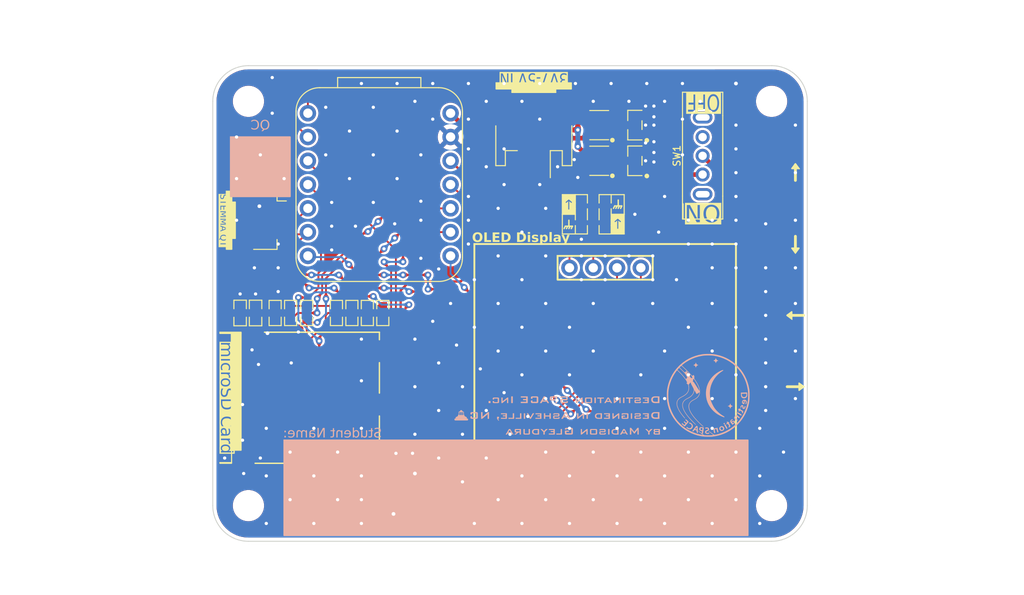
<source format=kicad_pcb>
(kicad_pcb (version 20241229) (generator "pcbnew") (generator_version "9.0")
  (title_block (title "Destination Weather Station v4.5.2") (date "2024-02-24") (rev "03") (comment 1 "Madison Gleydura") (comment 2 "FINAL VERSION") (comment 3 "2024"))
  (layers (0 "F.Cu" signal) (2 "B.Cu" power) (13 "F.Paste" user) (15 "B.Paste" user) (5 "F.SilkS" user "F.Silkscreen") (7 "B.SilkS" user "B.Silkscreen") (1 "F.Mask" user) (3 "B.Mask" user) (25 "Edge.Cuts" user))
  (net 0 "")
  (net 1 "+3V3")
  (net 2 "GND")
  (net 3 "VCC")
  (net 4 "/OLED1")
  (net 5 "/OLED2")
  (net 6 "/BME_CS")
  (net 7 "/DAT2")
  (net 8 "/DAT1")
  (net 10 "/SDA")
  (net 11 "/SCL")
  (net 12 "Net-(SW1-A)")
  (net 13 "/CD")
  (net 14 "/MISO")
  (net 15 "/SCK")
  (net 16 "/MOSI")
  (net 17 "/CS_SD")
  (net 18 "/SW2")
  (net 19 "/SW3")
  (net 20 "/SW4")
  (net 21 "/SW5")
  (net 22 "Net-(J1-Pin_2)")
  (net 23 "Net-(J1-Pin_1)")
  (footprint "lib_fp:SW_4.5x4.5" (layer "F.Cu") (at 172.085 105.41 -90)
    (property "Reference" "SW5" (hide yes))
    (property "Value" "PTS647SM38SMTR2LFS" (hide yes))
  )
  (footprint "lib_fp:SW_4.5x4.5" (layer "F.Cu") (at 172.085 90.17 -90)
    (property "Reference" "SW3" (hide yes))
    (property "Value" "PTS647SM38SMTR2LFS" (hide yes))
  )
  (footprint "lib_fp:SW_4.5x4.5" (layer "F.Cu") (at 172.085 82.55 -90)
    (property "Reference" "SW2" (hide yes))
    (property "Value" "PTS647SM38SMTR2LFS" (hide yes))
  )
  (footprint "lib_fp:IRLML6244TRPBF" (layer "F.Cu") (at 158.115 77.47 90)
    (property "Reference" "Q2" (hide yes))
    (property "Value" "IRLML6244TRPBF" (hide yes))
  )
  (footprint "lib_fp:M2.54_NPTH" (layer "F.Cu") (at 116.84 74.93)
    (property "Reference" "H1" (hide yes))
    (property "Value" "M2.5" (hide yes))
  )
  (footprint "lib_fp:ResistorJumper-3" (layer "F.Cu") (at 154.939 86.995 -90)
    (property "Reference" "R12" (hide yes))
    (property "Value" "0R" (hide yes))
  )
  (footprint "lib_fp:CAPC160X80X88L35N" (layer "F.Cu") (at 130.556 118.352 -90)
    (property "Reference" "C2" (hide yes))
    (property "Value" "100nF" (hide yes))
  )
  (footprint "lib_fp:JST-PH-S2B-SM4-TB" (layer "F.Cu") (at 147.32 77.536 180)
    (property "Reference" "J1" (hide yes))
    (property "Value" "S2B-PH-SM4" (hide yes))
  )
  (footprint "lib_fp:SOT23-6P95_280X100L40X37N" (layer "F.Cu") (at 154.305 77.47 90)
    (property "Reference" "Q4" (hide yes))
    (property "Value" "DMP2035UVTQ-7" (hide yes))
  )
  (footprint "lib_fp:MEM2061" (layer "F.Cu") (at 117.279 106.59 -90)
    (property "Reference" "J2" (hide yes))
    (property "Value" "MEM2061" (hide yes))
  )
  (footprint "lib_fp:SW_4.5x4.5" (layer "F.Cu") (at 172.085 97.79 -90)
    (property "Reference" "SW4" (hide yes))
    (property "Value" "PTS647SM38SMTR2LFS" (hide yes))
  )
  (footprint "lib_fp:RESC160X80X55L30N" (layer "F.Cu") (at 137.155 118.364 180)
    (property "Reference" "R10" (hide yes))
    (property "Value" "10K" (hide yes))
  )
  (footprint "lib_fp:RESC160X80X55L30N" (layer "F.Cu") (at 127.889 97.536 -90)
    (property "Reference" "R5" (hide yes))
    (property "Value" "10K" (hide yes))
  )
  (footprint "DS-Master-Logos-and-Graphics:arrow" (layer "F.Cu") (at 156.2862 88.011)
    (property "Reference" "G***" (hide yes))
    (property "Value" "LOGO" (hide yes))
  )
  (footprint "lib_fp:CAPC160X80X88L35N" (layer "F.Cu") (at 117.602 97.536 90)
    (property "Reference" "C4" (hide yes))
    (property "Value" "100nF" (hide yes))
  )
  (footprint "lib_fp:M2.54_NPTH" (layer "F.Cu") (at 172.72 118.11)
    (property "Reference" "H4" (hide yes))
    (property "Value" "M2.5" (hide yes))
  )
  (footprint "lib_fp:RESC160X80X55L30N" (layer "F.Cu") (at 121.343 97.536 -90)
    (property "Reference" "R3" (hide yes))
    (property "Value" "10K" (hide yes))
  )
  (footprint "lib_fp:QtPy" (layer "F.Cu") (at 130.81 83.82)
    (property "Reference" "U1" (hide yes))
    (property "Value" "XIAO RP2040" (hide yes))
  )
  (footprint "lib_fp:JST_SH_SM04B-SRSS-TB" (layer "F.Cu") (at 118.11 87.63 -90)
    (property "Reference" "J3" (hide yes))
    (property "Value" "STEMMA_QT" (hide yes))
  )
  (footprint "lib_fp:RESC160X80X55L30N" (layer "F.Cu") (at 131.191 97.536 -90)
    (property "Reference" "R1" (hide yes))
    (property "Value" "10K" (hide yes))
  )
  (footprint "lib_fp:BME280" (layer "F.Cu") (at 133.35 116.84)
    (property "Reference" "U2" (hide yes))
    (property "Value" "BME280" (hide yes))
  )
  (footprint "lib_fp:IRLML6244TRPBF" (layer "F.Cu") (at 158.115 81.28 90)
    (property "Reference" "Q1" (hide yes))
    (property "Value" "IRLML6244TRPBF" (hide yes))
  )
  (footprint "lib_fp:RESC160X80X55L30N" (layer "F.Cu") (at 119.692 97.536 -90)
    (property "Reference" "R2" (hide yes))
    (property "Value" "10K" (hide yes))
  )
  (footprint "lib_fp:HS96L03W2C03" (layer "F.Cu") (at 154.94 92.71)
    (property "Reference" "U3" (hide yes))
    (property "Value" "HS96L03W2C03" (hide yes))
  )
  (footprint "lib_fp:RESC160X80X55L30N" (layer "F.Cu") (at 137.165 116.84 180)
    (property "Reference" "R9" (hide yes))
    (property "Value" "10K" (hide yes))
  )
  (footprint "DS-Master-Logos-and-Graphics:arrow" (layer "F.Cu") (at 151.0538 85.9536)
    (property "Reference" "G***" (hide yes))
    (property "Value" "LOGO" (hide yes))
  )
  (footprint "lib_fp:RESC160X80X55L30N" (layer "F.Cu") (at 126.238 97.536 -90)
    (property "Reference" "R6" (hide yes))
    (property "Value" "10K" (hide yes))
  )
  (footprint "lib_fp:OS102011MS2QN1" (layer "F.Cu") (at 165.35 80.75 90)
    (property "Reference" "SW1")
    (property "Value" "OS102011MS2QN1" (hide yes))
  )
  (footprint "lib_fp:M2.54_NPTH" (layer "F.Cu") (at 116.84 118.11)
    (property "Reference" "H3" (hide yes))
    (property "Value" "M2.5" (hide yes))
  )
  (footprint "lib_fp:RESC160X80X55L30N" (layer "F.Cu") (at 129.54 97.536 -90)
    (property "Reference" "R7" (hide yes))
    (property "Value" "10K" (hide yes))
  )
  (footprint "lib_fp:ResistorJumper-3" (layer "F.Cu") (at 152.4 86.995 -90)
    (property "Reference" "R11" (hide yes))
    (property "Value" "0R" (hide yes))
  )
  (footprint "lib_fp:RESC160X80X55L30N" (layer "F.Cu") (at 137.165 115.316 180)
    (property "Reference" "R8" (hide yes))
    (property "Value" "10K" (hide yes))
  )
  (footprint "lib_fp:CAPC160X80X88L35N" (layer "F.Cu") (at 130.556 115.316 -90)
    (property "Reference" "C1" (hide yes))
    (property "Value" "10uF" (hide yes))
  )
  (footprint "lib_fp:RESC160X80X55L30N" (layer "F.Cu") (at 123.063 97.536 -90)
    (property "Reference" "R4" (hide yes))
    (property "Value" "10K" (hide yes))
  )
  (footprint "lib_fp:CAPC160X80X88L35N" (layer "F.Cu") (at 115.951 97.536 90)
    (property "Reference" "C3" (hide yes))
    (property "Value" "100nF" (hide yes))
  )
  (footprint "lib_fp:SOT23-6P95_280X100L40X37N" (layer "F.Cu") (at 154.305 81.28 90)
    (property "Reference" "Q3" (hide yes))
    (property "Value" "DMP2035UVTQ-7" (hide yes))
  )
  (footprint "lib_fp:M2.54_NPTH" (layer "F.Cu") (at 172.72 74.93)
    (property "Reference" "H2" (hide yes))
    (property "Value" "M2.5" (hide yes))
  )
  (footprint "lib_fp:ds-silkscreen-logo-10x10" (layer "B.Cu") (at 165.989 106.299 180)
    (property "Reference" "G***" (hide yes))
    (property "Value" "LOGO" (hide yes))
  )
  (footprint "DS-Master-Logos-and-Graphics:avlLogo_2" (layer "B.Cu") (at 139.573 108.458 180)
    (property "Reference" "G***" (hide yes))
    (property "Value" "LOGO" (hide yes))
  )
  (gr_line (start 156.21 86.106) (end 156.083 86.36) (stroke (width 0.15)) (layer "F.SilkS"))
  (gr_line (start 163.2 87.503) (end 163.2 85.03) (stroke (width 0.12)) (layer "F.SilkS"))
  (gr_line (start 156.718 86.106) (end 155.956 86.106) (stroke (width 0.15)) (layer "F.SilkS"))
  (gr_rect (start 143.291 72.9545) (end 151.33 73.6092) (stroke (width 0.12)) (fill yes) (layer "F.SilkS"))
  (gr_line (start 175.26 83.3755) (end 175.26 81.7245) (stroke (width 0.3)) (layer "F.SilkS"))
  (gr_line (start 150.367 89.095) (end 151.755 89.095) (stroke (width 0.12)) (layer "F.SilkS"))
  (gr_rect (start 113.792 113.5138) (end 115.0366 113.59) (stroke (width 0.12)) (fill yes) (layer "F.SilkS"))
  (gr_line (start 175.26 89.3445) (end 175.26 90.9955) (stroke (width 0.3)) (layer "F.SilkS"))
  (gr_rect (start 113.792 99.59) (end 116.0526 99.7204) (stroke (width 0.12)) (fill yes) (layer "F.SilkS"))
  (gr_line (start 155.585 86.995) (end 156.972 86.995) (stroke (width 0.12)) (layer "F.SilkS"))
  (gr_rect (start 144.98 73.5188) (end 149.66 73.976) (stroke (width 0.12)) (fill yes) (layer "F.SilkS"))
  (gr_rect (start 114.4778 84.5312) (end 115.062 90.7288) (stroke (width 0.12)) (fill yes) (layer "F.SilkS"))
  (gr_line (start 115.0366 113.5138) (end 115.0366 111.9886) (stroke (width 0.12)) (layer "F.SilkS"))
  (gr_line (start 174.3825 105.41) (end 176.0335 105.41) (stroke (width 0.3)) (layer "F.SilkS"))
  (gr_line (start 167.5 73.96) (end 167.5 76.45) (stroke (width 0.12)) (layer "F.SilkS"))
  (gr_line (start 150.367 86.995) (end 151.754 86.995) (stroke (width 0.12)) (layer "F.SilkS"))
  (gr_line (start 163.2 73.957) (end 167.5 73.957) (stroke (width 0.12)) (layer "F.SilkS"))
  (gr_line (start 155.584 87.585) (end 155.584 88.198) (stroke (width 0.12)) (layer "F.SilkS"))
  (gr_line (start 151.755 84.895) (end 150.367 84.895) (stroke (width 0.12)) (layer "F.SilkS"))
  (gr_poly (pts (xy 176.1605 105.41) (xy 175.6525 105.029) (xy 175.6525 105.791)) (stroke (width 0.15)) (fill yes) (layer "F.SilkS"))
  (gr_line (start 151.0665 87.63) (end 151.0665 88.265) (stroke (width 0.15)) (layer "F.SilkS"))
  (gr_line (start 151.755 85.792) (end 151.755 86.405) (stroke (width 0.12)) (layer "F.SilkS"))
  (gr_line (start 156.337 85.471) (end 156.337 86.106) (stroke (width 0.15)) (layer "F.SilkS"))
  (gr_line (start 156.718 86.106) (end 156.591 86.36) (stroke (width 0.15)) (layer "F.SilkS"))
  (gr_line (start 150.6855 88.265) (end 150.5585 88.519) (stroke (width 0.15)) (layer "F.SilkS"))
  (gr_line (start 151.4475 88.265) (end 151.3205 88.519) (stroke (width 0.15)) (layer "F.SilkS"))
  (gr_line (start 155.584 84.895) (end 156.972 84.895) (stroke (width 0.12)) (layer "F.SilkS"))
  (gr_line (start 150.367 84.895) (end 150.367 86.995) (stroke (width 0.12)) (layer "F.SilkS"))
  (gr_poly (pts (xy 174.3595 97.79) (xy 174.8675 98.171) (xy 174.8675 97.409)) (stroke (width 0.15)) (fill yes) (layer "F.SilkS"))
  (gr_poly (pts (xy 175.26 81.5975) (xy 174.879 82.1055) (xy 175.641 82.1055)) (stroke (width 0.15)) (fill yes) (layer "F.SilkS"))
  (gr_rect (start 115.0112 99.7204) (end 116.0526 112.1918) (stroke (width 0.12)) (fill yes) (layer "F.SilkS"))
  (gr_line (start 156.972 84.895) (end 156.972 86.995) (stroke (width 0.12)) (layer "F.SilkS"))
  (gr_line (start 150.9395 88.265) (end 150.8125 88.519) (stroke (width 0.15)) (layer "F.SilkS"))
  (gr_rect (start 114.8662 85.69) (end 115.425 89.57) (stroke (width 0.12)) (fill yes) (layer "F.SilkS"))
  (gr_line (start 163.2 76.45) (end 163.2 73.957) (stroke (width 0.12)) (layer "F.SilkS"))
  (gr_line (start 156.464 86.106) (end 156.337 86.36) (stroke (width 0.15)) (layer "F.SilkS"))
  (gr_line (start 156.972 86.995) (end 156.972 89.095) (stroke (width 0.12)) (layer "F.SilkS"))
  (gr_line (start 176.1375 97.79) (end 174.4865 97.79) (stroke (width 0.3)) (layer "F.SilkS"))
  (gr_line (start 150.367 86.995) (end 150.367 89.095) (stroke (width 0.12)) (layer "F.SilkS"))
  (gr_line (start 163.27 87.5) (end 163.27 85.87) (stroke (width 0.12)) (layer "F.SilkS"))
  (gr_line (start 155.956 86.106) (end 155.829 86.36) (stroke (width 0.15)) (layer "F.SilkS"))
  (gr_line (start 167.5 87.503) (end 163.204 87.503) (stroke (width 0.12)) (layer "F.SilkS"))
  (gr_line (start 156.972 89.095) (end 155.584 89.095) (stroke (width 0.12)) (layer "F.SilkS"))
  (gr_line (start 151.4475 88.265) (end 150.6855 88.265) (stroke (width 0.15)) (layer "F.SilkS"))
  (gr_poly (pts (xy 175.26 91.1225) (xy 175.641 90.6145) (xy 174.879 90.6145)) (stroke (width 0.15)) (fill yes) (layer "F.SilkS"))
  (gr_line (start 151.1935 88.265) (end 151.0665 88.519) (stroke (width 0.15)) (layer "F.SilkS"))
  (gr_line (start 167.5 85.05) (end 167.5 87.503) (stroke (width 0.12)) (layer "F.SilkS"))
  (gr_rect (start 120.65 111.125) (end 170.18 121.285) (stroke (width 0.15)) (fill yes) (layer "B.SilkS"))
  (gr_rect (start 114.935 78.74) (end 121.285 85.09) (stroke (width 0.15)) (fill yes) (layer "B.SilkS"))
  (gr_line (start 172.72 71.12) (end 116.84 71.12) (stroke (width 0.1)) (layer "Edge.Cuts"))
  (gr_arc (start 113.03 74.93) (mid 114.145923 72.235923) (end 116.84 71.12) (stroke (width 0.1)) (layer "Edge.Cuts"))
  (gr_line (start 113.03 118.11) (end 113.03 74.93) (stroke (width 0.1)) (layer "Edge.Cuts"))
  (gr_arc (start 116.84 121.92) (mid 114.145923 120.804077) (end 113.03 118.11) (stroke (width 0.1)) (layer "Edge.Cuts"))
  (gr_line (start 172.72 121.92) (end 116.84 121.92) (stroke (width 0.1)) (layer "Edge.Cuts"))
  (gr_line (start 176.53 118.11) (end 176.53 74.93) (stroke (width 0.1)) (layer "Edge.Cuts"))
  (gr_arc (start 172.72 71.12) (mid 175.414077 72.235923) (end 176.53 74.93) (stroke (width 0.1)) (layer "Edge.Cuts"))
  (gr_arc (start 176.53 118.11) (mid 175.414077 120.804077) (end 172.72 121.92) (stroke (width 0.1)) (layer "Edge.Cuts"))
  (gr_text "microSD Card" (at 114.427 106.59 270) (layer "F.SilkS" knockout) (effects (font (size 1.25 1.25))))
  (gr_text "Destination Weather Station \nv4.5.2 2024-02-24" (at 140.716 119.888 0) (layer "F.SilkS") (effects (font (size 1 1)) (justify left)))
  (gr_text "OLED Display" (at 140.716 89.535 0) (layer "F.SilkS") (effects (font (size 1 1) (thickness 0.25) (bold yes)) (justify left)))
  (gr_text "ON" (at 165.35 85.7 180) (layer "F.SilkS" knockout) (effects (font (size 1.8 1.8)) (justify bottom)))
  (gr_text "BME280" (at 133.35 120.65 0) (layer "F.SilkS") (effects (font (size 1 1))))
  (gr_text "3V7-5V IN" (at 147.2946 72.4662 180) (layer "F.SilkS" knockout) (effects (font (size 1.25 1.04))))
  (gr_text "OFF" (at 165.45 73.89 180) (layer "F.SilkS" knockout) (effects (font (size 1.8 1.3)) (justify bottom)))
  (gr_text "STEMMA QT" (at 114.1222 87.63 270) (layer "F.SilkS" knockout) (effects (font (size 0.66675 0.66675))))
  (gr_text "Student Name:" (at 120.523 110.998 0) (layer "B.SilkS") (effects (font (size 1 1)) (justify right bottom mirror)))
  (gr_text "QC" (at 118.11 78.105 0) (layer "B.SilkS") (effects (font (size 1 1)) (justify bottom mirror)))
  (gr_text_box "Destination SPACE Inc.\nDesigned in Asheville, NC\nby Madison Gleydura" (start 139.446 105.41) (end 161.671 111.125) (margins 0.749999 0.749999 0.749999 0.749999) (layer "B.SilkS") (effects (font (size 1 1)) (justify left top mirror)) (border no) (stroke (width -0.000001)))
  (segment (start 132.594 112.528) (end 133.096 112.026) (width 0.25) (layer "F.Cu") (net 1))
  (segment (start 117.856 105.2068) (end 117.856 110.3376) (width 0.25) (layer "F.Cu") (net 1))
  (segment (start 115.951 98.286) (end 117.602 98.286) (width 0.2) (layer "F.Cu") (net 1))
  (segment (start 130.556 114.566) (end 131.855 115.865) (width 0.25) (layer "F.Cu") (net 1))
  (segment (start 173.685 87.545) (end 173.685 92.795) (width 0.25) (layer "F.Cu") (net 1))
  (segment (start 119.610736 87.13) (end 118.491 88.249736) (width 0.2) (layer "F.Cu") (net 1))
  (segment (start 130.556 114.566) (end 132.594 112.528) (width 0.25) (layer "F.Cu") (net 1))
  (segment (start 115.951 103.3018) (end 117.856 105.2068) (width 0.25) (layer "F.Cu") (net 1))
  (segment (start 126.238 96.781) (end 129.54 96.781) (width 0.2) (layer "F.Cu") (net 1))
  (segment (start 159.0167 88.5317) (end 159.004 88.5444) (width 0.25) (layer "F.Cu") (net 1))
  (segment (start 129.54 96.781) (end 131.191 96.781) (width 0.2) (layer "F.Cu") (net 1))
  (segment (start 130.993 117.165) (end 132.325 117.165) (width 0.25) (layer "F.Cu") (net 1))
  (segment (start 115.951 103.251) (end 115.951 103.3018) (width 0.2) (layer "F.Cu") (net 1))
  (segment (start 151.271 85.485) (end 150.486 84.7) (width 0.25) (layer "F.Cu") (net 1))
  (segment (start 132.969 116.8146) (end 132.6186 117.165) (width 0.25) (layer "F.Cu") (net 1))
  (segment (start 152.4 85.485) (end 152.4114 85.485) (width 0.2) (layer "F.Cu") (net 1))
  (segment (start 152.4 85.485) (end 151.271 85.485) (width 0.25) (layer "F.Cu") (net 1))
  (segment (start 118.352 97.536) (end 117.602 98.286) (width 0.25) (layer "F.Cu") (net 1))
  (segment (start 119.6772 105.2068) (end 119.679 105.205) (width 0.2) (layer "F.Cu") (net 1))
  (segment (start 119.692 96.781) (end 118.937 97.536) (width 0.25) (layer "F.Cu") (net 1))
  (segment (start 164.465 93.98) (end 173.685 93.98) (width 0.25) (layer "F.Cu") (net 1))
  (segment (start 154.9794 88.5444) (end 154.94 88.505) (width 0.25) (layer "F.Cu") (net 1))
  (segment (start 173.685 100.415) (end 173.685 102.785) (width 0.25) (layer "F.Cu") (net 1))
  (segment (start 173.685 95.165) (end 173.685 100.415) (width 0.25) (layer "F.Cu") (net 1))
  (segment (start 173.685 79.925) (end 173.685 85.175) (width 0.25) (layer "F.Cu") (net 1))
  (segment (start 159.004 88.5444) (end 154.9794 88.5444) (width 0.25) (layer "F.Cu") (net 1))
  (segment (start 115.951 98.286) (end 115.951 103.251) (width 0.25) (layer "F.Cu") (net 1))
  (segment (start 137.91 118.364) (end 137.91 117.602) (width 0.25) (layer "F.Cu") (net 1))
  (segment (start 132.6186 117.165) (end 132.325 117.165) (width 0.25) (layer "F.Cu") (net 1))
  (segment (start 119.692 96.781) (end 126.238 96.781) (width 0.2) (layer "F.Cu") (net 1))
  (segment (start 157.099 84.709) (end 159.0167 86.6267) (width 0.2) (layer "F.Cu") (net 1))
  (segment (start 118.2624 110.744) (end 133.096 110.744) (width 0.25) (layer "F.Cu") (net 1))
  (segment (start 117.856 105.2068) (end 119.6772 105.2068) (width 0.25) (layer "F.Cu") (net 1))
  (segment (start 131.855 115.865) (end 132.325 115.865) (width 0.25) (layer "F.Cu") (net 1))
  (segment (start 133.096 112.026) (end 133.096 110.744) (width 0.25) (layer "F.Cu") (net 1))
  (segment (start 132.325 115.865) (end 132.629 115.865) (width 0.25) (layer "F.Cu") (net 1))
  (segment (start 118.491 88.249736) (end 118.491 95.58) (width 0.2) (layer "F.Cu") (net 1))
  (segment (start 118.937 97.536) (end 118.352 97.536) (width 0.25) (layer "F.Cu") (net 1))
  (segment (start 134.366 112.522) (end 135.126 112.522) (width 0.25) (layer "F.Cu") (net 1))
  (segment (start 173.685 85.175) (end 173.685 87.545) (width 0.25) (layer "F.Cu") (net 1))
  (segment (start 132.969 116.205) (end 132.969 116.8146) (width 0.25) (layer "F.Cu") (net 1))
  (segment (start 137.91 115.326) (end 137.92 115.316) (width 0.2) (layer "F.Cu") (net 1))
  (segment (start 133.096 95.123) (end 134.047 94.172) (width 0.25) (layer "F.Cu") (net 1))
  (segment (start 134.047 94.172) (end 139.508 94.172) (width 0.25) (layer "F.Cu") (net 1))
  (segment (start 141.85 84.7) (end 138.43 81.28) (width 0.25) (layer "F.Cu") (net 1))
  (segment (start 137.91 117.602) (end 137.91 115.326) (width 0.25) (layer "F.Cu") (net 1))
  (segment (start 118.491 95.58) (end 119.692 96.781) (width 0.2) (layer "F.Cu") (net 1))
  (segment (start 132.629 115.865) (end 132.969 116.205) (width 0.25) (layer "F.Cu") (net 1))
  (segment (start 135.126 112.522) (end 137.92 115.316) (width 0.25) (layer "F.Cu") (net 1))
  (segment (start 150.486 84.7) (end 141.85 84.7) (width 0.25) (layer "F.Cu") (net 1))
  (segment (start 120.11 87.13) (end 119.610736 87.13) (width 0.2) (layer "F.Cu") (net 1))
  (segment (start 152.4114 85.485) (end 153.1874 84.709) (width 0.2) (layer "F.Cu") (net 1))
  (segment (start 133.096 110.744) (end 133.096 95.123) (width 0.25) (layer "F.Cu") (net 1))
  (segment (start 153.1874 84.709) (end 157.099 84.709) (width 0.2) (layer "F.Cu") (net 1))
  (segment (start 173.685 93.98) (end 173.685 95.165) (width 0.25) (layer "F.Cu") (net 1))
  (segment (start 173.685 92.795) (end 173.685 93.98) (width 0.25) (layer "F.Cu") (net 1))
  (segment (start 141.85 91.83) (end 141.85 84.7) (width 0.25) (layer "F.Cu") (net 1))
  (segment (start 117.856 110.3376) (end 118.2624 110.744) (width 0.25) (layer "F.Cu") (net 1))
  (segment (start 159.0167 88.5317) (end 164.465 93.98) (width 0.25) (layer "F.Cu") (net 1))
  (segment (start 139.508 94.172) (end 141.85 91.83) (width 0.25) (layer "F.Cu") (net 1))
  (segment (start 159.0167 86.6267) (end 159.0167 88.5317) (width 0.2) (layer "F.Cu") (net 1))
  (segment (start 130.556 117.602) (end 130.993 117.165) (width 0.25) (layer "F.Cu") (net 1))
  (segment (start 173.685 102.785) (end 173.685 108.035) (width 0.25) (layer "F.Cu") (net 1))
  (segment (start 120.11 87.13) (end 120.62 87.13) (width 0.2) (layer "F.Cu") (net 1))
  (via (at 132.594 112.528) (size 0.7) (drill 0.35) (layers "F.Cu" "B.Cu") (net 1))
  (via (at 134.366 112.522) (size 0.7) (drill 0.35) (layers "F.Cu" "B.Cu") (net 1))
  (segment (start 134.36 112.528) (end 134.366 112.522) (width 0.25) (layer "B.Cu") (net 1))
  (segment (start 132.594 112.528) (end 134.36 112.528) (width 0.25) (layer "B.Cu") (net 1))
  (segment (start 131.005 116.515) (end 132.325 116.515) (width 0.2) (layer "F.Cu") (net 2))
  (segment (start 134.4 115.84) (end 134.375 115.865) (width 0.2) (layer "F.Cu") (net 2))
  (segment (start 115.951 96.786) (end 115.951 95.504) (width 0.2) (layer "F.Cu") (net 2))
  (segment (start 132.334 118.999) (end 132.231 119.102) (width 0.2) (layer "F.Cu") (net 2))
  (segment (start 120.11 86.13) (end 118.0098 86.13) (width 0.2) (layer "F.Cu") (net 2))
  (segment (start 154.9794 85.485) (end 154.94 85.485) (width 0.2) (layer "F.Cu") (net 2))
  (segment (start 132.325 118.99) (end 132.325 117.815) (width 0.2) (layer "F.Cu") (net 2))
  (segment (start 116.279 114.628) (end 116.332 114.681) (width 0.2) (layer "F.Cu") (net 2))
  (segment (start 130.556 116.078) (end 130.556 116.066) (width 0.2) (layer "F.Cu") (net 2))
  (segment (start 152.4 88.505) (end 152.4 89.662) (width 0.2) (layer "F.Cu") (net 2))
  (segment (start 116.279 113.165) (end 116.279 114.628) (width 0.2) (layer "F.Cu") (net 2))
  (segment (start 132.231 119.102) (end 130.556 119.102) (width 0.2) (layer "F.Cu") (net 2))
  (segment (start 117.599 99.695) (end 117.279 100.015) (width 0.25) (layer "F.Cu") (net 2))
  (segment (start 134.62 114.681) (end 134.62 115.62) (width 0.25) (layer "F.Cu") (net 2))
  (segment (start 118.872 99.695) (end 117.599 99.695) (width 0.25) (layer "F.Cu") (net 2))
  (segment (start 130.556 116.066) (end 131.005 116.515) (width 0.2) (layer "F.Cu") (net 2))
  (segment (start 132.334 118.999) (end 132.325 118.99) (width 0.2) (layer "F.Cu") (net 2))
  (segment (start 118.0098 86.13) (end 118.0084 86.1314) (width 0.2) (layer "F.Cu") (net 2))
  (segment (start 117.602 96.786) (end 117.602 95.504) (width 0.2) (layer "F.Cu") (net 2))
  (segment (start 117.279 101.415) (end 117.221 101.473) (width 0.2) (layer "F.Cu") (net 2))
  (segment (start 117.943 103.005) (end 117.914 103.034) (width 0.2) (layer "F.Cu") (net 2))
  (segment (start 134.62 115.62) (end 134.375 115.865) (width 0.25) (layer "F.Cu") (net 2))
  (via (at 140.335 90.17) (size 0.7) (drill 0.35) (layers "F.Cu" "B.Cu") (net 2))
  (via (at 117.475 92.71) (size 0.7) (drill 0.35) (layers "F.Cu" "B.Cu") (net 2))
  (via (at 165.1 74.93) (size 0.7) (drill 0.35) (layers "F.Cu" "B.Cu") (net 2))
  (via (at 132.715 78.105) (size 0.7) (drill 0.35) (layers "F.Cu" "B.Cu") (net 2))
  (via (at 168.91 92.71) (size 0.7) (drill 0.35) (layers "F.Cu" "B.Cu") (net 2))
  (via (at 172.085 92.71) (size 0.7) (drill 0.35) (layers "F.Cu" "B.Cu") (net 2))
  (via (at 166.37 101.6) (size 0.7) (drill 0.35) (layers "F.Cu" "B.Cu") (net 2))
  (via (at 146.05 99.06) (size 0.7) (drill 0.35) (layers "F.Cu" "B.Cu") (net 2))
  (via (at 152.4 91.44) (size 0.7) (drill 0.35) (layers "F.Cu" "B.Cu") (net 2))
  (via (at 117.602 95.504) (size 0.7) (drill 0.35) (layers "F.Cu" "B.Cu") (net 2))
  (via (at 172.085 102.87) (size 0.7) (drill 0.35) (layers "F.Cu" "B.Cu") (net 2))
  (via (at 140.97 93.98) (size 0.7) (drill 0.35) (layers "F.Cu" "B.Cu") (net 2))
  (via (at 137.16 107.95) (size 0.7) (drill 0.35) (layers "F.Cu" "B.Cu") (net 2))
  (via (at 125.73 88.265) (size 0.7) (drill 0.35) (layers "F.Cu" "B.Cu") (net 2))
  (via (at 147.955 76.835) (size 0.7) (drill 0.35) (layers "F.Cu" "B.Cu") (net 2))
  (via (at 160.655 88.9) (size 0.7) (drill 0.35) (layers "F.Cu" "B.Cu") (net 2))
  (via (at 127.635 78.105) (size 0.7) (drill 0.35) (layers "F.Cu" "B.Cu") (net 2))
  (via (at 130.175 80.645) (size 0.7) (drill 0.35) (layers "F.Cu" "B.Cu") (net 2))
  (via (at 158.75 104.14) (size 0.7) (drill 0.35) (layers "F.Cu" "B.Cu") (net 2))
  (via (at 128.905 100.33) (size 0.7) (drill 0.35) (layers "F.Cu" "B.Cu") (net 2))
  (via (at 146.05 104.14) (size 0.7) (drill 0.35) (layers "F.Cu" "B.Cu") (net 2))
  (via (at 160.147 76.581) (size 0.7) (drill 0.35) (layers "F.Cu" "B.Cu") (net 2))
  (via (at 168.91 77.47) (size 0.7) (drill 0.35) (layers "F.Cu" "B.Cu") (net 2))
  (via (at 134.62 105.41) (size 0.7) (drill 0.35) (layers "F.Cu" "B.Cu") (net 2))
  (via (at 166.37 96.52) (size 0.7) (drill 0.35) (layers "F.Cu" "B.Cu") (net 2))
  (via (at 140.335 73.025) (size 0.7) (drill 0.35) (layers "F.Cu" "B.Cu") (net 2))
  (via (at 128.905 109.855) (size 0.7) (drill 0.35) (layers "F.Cu" "B.Cu") (net 2))
  (via (at 168.91 112.395) (size 0.7) (drill 0.35) (layers "F.Cu" "B.Cu") (net 2))
  (via (at 135.255 80.645) (size 0.7) (drill 0.35) (layers "F.Cu" "B.Cu") (net 2))
  (via (at 157.48 74.93) (size 0.7) (drill 0.35) (layers "F.Cu" "B.Cu") (net 2))
  (via (at 168.91 82.55) (size 0.7) (drill 0.35) (layers "F.Cu" "B.Cu") (net 2))
  (via (at 137.16 92.837) (size 0.7) (drill 0.35) (layers "F.Cu" "B.Cu") (net 2))
  (via (at 139.065 100.965) (size 0.7) (drill 0.35) (layers "F.Cu" "B.Cu") (net 2))
  (via (at 151.13 109.855) (size 0.7) (drill 0.35) (layers "F.Cu" "B.Cu") (net 2))
  (via (at 117.914 103.034) (size 0.7) (drill 0.35) (layers "F.Cu" "B.Cu") (net 2))
  (via (at 116.332 114.681) (size 0.7) (drill 0.35) (layers "F.Cu" "B.Cu") (net 2))
  (via (at 159.258 79.375) (size 0.7) (drill 0.35) (layers "F.Cu" "B.Cu") (net 2))
  (via (at 134.62 100.33) (size 0.7) (drill 0.35) (layers "F.Cu" "B.Cu") (net 2))
  (via (at 153.67 101.6) (size 0.7) (drill 0.35) (layers "F.Cu" "B.Cu") (net 2))
  (via (at 166.37 120.015) (size 0.7) (drill 0.35) (layers "F.Cu" "B.Cu") (net 2))
  (via (at 115.951 95.504) (size 0.7) (drill 0.35) (layers "F.Cu" "B.Cu") (net 2))
  (via (at 172.085 100.33) (size 0.7) (drill 0.35) (layers "F.Cu" "B.Cu") (net 2))
  (via (at 148.59 112.395) (size 0.7) (drill 0.35) (layers "F.Cu" "B.Cu") (net 2))
  (via (at 172.085 107.95) (size 0.7) (drill 0.35) (layers "F.Cu" "B.Cu") (net 2))
  (via (at 166.37 92.71) (size 0.7) (drill 0.35) (layers "F.Cu" "B.Cu") (net 2))
  (via (at 161.29 120.015) (size 0.7) (drill 0.35) (layers "F.Cu" "B.Cu") (net 2))
  (via (at 123.825 109.855) (size 0.7) (drill 0.35) (layers "F.Cu" "B.Cu") (net 2))
  (via (at 136.525 76.835) (size 0.7) (drill 0.35) (layers "F.Cu" "B.Cu") (net 2))
  (via (at 140.335 80.01) (size 0.7) (drill 0.35) (layers "F.Cu" "B.Cu") (net 2))
  (via (at 168.91 104.14) (size 0.7) (drill 0.35) (layers "F.Cu" "B.Cu") (net 2))
  (via (at 115.57 83.185) (size 0.7) (drill 0.35) (layers "F.Cu" "B.Cu") (net 2))
  (via (at 148.59 117.475) (size 0.7) (drill 0.35) (layers "F.Cu" "B.Cu") (net 2))
  (via (at 175.26 96.52) (size 0.7) (drill 0.35) (layers "F.Cu" "B.Cu") (net 2))
  (via (at 153.67 96.52) (size 0.7) (drill 0.35) (layers "F.Cu" "B.Cu") (net 2))
  (via (at 171.45 109.855) (size 0.7) (drill 0.35) (layers "F.Cu" "B.Cu") (net 2))
  (via (at 168.91 80.01) (size 0.7) (drill 0.35) (layers "F.Cu" "B.Cu") (net 2))
  (via (at 172.085 88.011) (size 0.7) (drill 0.35) (layers "F.Cu" "B.Cu") (net 2))
  (via (at 114.3 113.03) (size 0.7) (drill 0.35) (layers "F.Cu" "B.Cu") (net 2))
  (via (at 119.38 76.2) (size 0.7) (drill 0.35) (layers "F.Cu" "B.Cu") (net 2))
  (via (at 134.62 74.93) (size 0.7) (drill 0.35) (layers "F.Cu" "B.Cu") (net 2))
  (via (at 161.29 109.855) (size 0.7) (drill 0.35) (layers "F.Cu" "B.Cu") (net 2))
  (via (at 173.99 112.395) (size 0.7) (drill 0.35) (layers "F.Cu" "B.Cu") (net 2))
  (via (at 132.334 118.999) (size 1) (drill 0.4) (layers "F.Cu" "B.Cu") (net 2))
  (via (at 118.11 80.645) (size 0.7) (drill 0.35) (layers "F.Cu" "B.Cu") (net 2))
  (via (at 168.91 85.09) (size 0.7) (drill 0.35) (layers "F.Cu" "B.Cu") (net 2))
  (via (at 146.05 93.98) (size 0.7) (drill 0.35) (layers "F.Cu" "B.Cu") (net 2))
  (via (at 142.24 81.915) (size 0.7) (drill 0.35) (layers "F.Cu" "B.Cu") (net 2))
  (via (at 118.11 113.03) (size 0.7) (drill 0.35) (layers "F.Cu" "B.Cu") (net 2))
  (via (at 160.147 81.407) (size 0.7) (drill 0.35) (layers "F.Cu" "B.Cu") (net 2))
  (via (at 135.255 85.598) (size 0.7) (drill 0.35) (layers "F.Cu" "B.Cu") (net 2))
  (via (at 142.24 107.95) (size 0.7) (drill 0.35) (layers "F.Cu" "B.Cu") (net 2))
  (via (at 160.147 79.248) (size 0.7) (drill 0.35) (layers "F.Cu" "B.Cu") (net 2))
  (via (at 137.16 102.87) (size 0.7) (drill 0.35) (layers "F.Cu" "B.Cu") (net 2))
  (via (at 168.91 87.63) (size 0.7) (drill 0.35) (layers "F.Cu" "B.Cu") (net 2))
  (via (at 118.745 109.855) (size 0.7) (drill 0.35) (layers "F.Cu" "B.Cu") (net 2))
  (via (at 115.57 87.63) (size 0.7) (drill 0.35) (layers "F.Cu" "B.Cu") (net 2))
  (via (at 158.115 86.995) (size 0.7) (drill 0.35) (layers "F.Cu" "B.Cu") (net 2))
  (via (at 147.955 73.025) (size 0.7) (drill 0.35) (layers "F.Cu" "B.Cu") (net 2))
  (via (at 161.29 74.93) (size 0.7) (drill 0.35) (layers "F.Cu" "B.Cu") (net 2))
  (via (at 160.02 91.44) (size 0.7) (drill 0.35) (layers "F.Cu" "B.Cu") (net 2))
  (via (at 172.085 97.79) (size 0.7) (drill 0.35) (layers "F.Cu" "B.Cu") (net 2))
  (via (at 126.365 117.475) (size 0.7) (drill 0.35) (layers "F.Cu" "B.Cu") (net 2))
  (via (at 118.745 114.935) (size 0.7) (drill 0.35) (layers "F.Cu" "B.Cu") (net 2))
  (via (at 152.019 83.058) (size 0.7) (drill 0.35) (layers "F.Cu" "B.Cu") (net 2))
  (via (at 127.635 83.185) (size 0.7) (drill 0.35) (layers "F.Cu" "B.Cu") (net 2))
  (via (at 162.56 93.98) (size 0.7) (drill 0.35) (layers "F.Cu" "B.Cu") (net 2))
  (via (at 142.24 113.03) (size 0.7) (drill 0.35) (layers "F.Cu" "B.Cu") (net 2))
  (via (at 166.37 87.63) (size 0.7) (drill 0.35) (layers "F.Cu" "B.Cu") (net 2))
  (via (at 128.905 104.775) (size 0.7) (drill 0.35) (layers "F.Cu" "B.Cu") (net 2))
  (via (at 175.26 82.55) (size 0.7) (drill 0.35) (layers "F.Cu" "B.Cu") (net 2))
  (via (at 160.147 75.438) (size 0.7) (drill 0.35) (layers "F.Cu" "B.Cu") (net 2))
  (via (at 151.13 120.015) (size 0.7) (drill 0.35) (layers "F.Cu" "B.Cu") (net 2))
  (via (at 172.085 105.41) (size 0.7) (drill 0.35) (layers "F.Cu" "B.Cu") (net 2))
  (via (at 146.05 74.93) (size 0.7) (drill 0.35) (layers "F.Cu" "B.Cu") (net 2))
  (via (at 168.91 73.025) (size 0.8) (drill 0.4) (layers "F.Cu" "B.Cu") (net 2))
  (via (at 175.26 92.71) (size 0.7) (drill 0.35) (layers "F.Cu" "B.Cu") (net 2))
  (via (at 153.67 112.395) (size 0.7) (drill 0.35) (layers "F.Cu" "B.Cu") (net 2))
  (via (at 163.83 112.395) (size 0.7) (drill 0.35) (layers "F.Cu" "B.Cu") (net 2))
  (via (at 175.26 77.47) (size 0.7) (drill 0.35) (layers "F.Cu" "B.Cu") (net 2))
  (via (at 130.175 85.725) (size 0.7) (drill 0.35) (layers "F.Cu" "B.Cu") (net 2))
  (via (at 160.147 77.47) (size 0.7) (drill 0.35) (layers "F.Cu" "B.Cu") (net 2))
  (via (at 143.51 101.6) (size 0.7) (drill 0.35) (layers "F.Cu" "B.Cu") (net 2))
  (via (at 172.085 95.25) (size 0.7) (drill 0.35) (layers "F.Cu" "B.Cu") (net 2))
  (via (at 159.385 73.025) (size 0.7) (drill 0.35) (layers "F.Cu" "B.Cu") (net 2))
  (via (at 120.015 95.25) (size 0.7) (drill 0.35) (layers "F.Cu" "B.Cu") (net 2))
  (via (at 152.4 93.98) (size 0.7) (drill 0.35) (layers "F.Cu" "B.Cu") (net 2))
  (via (at 163.195 76.835) (size 0.7) (drill 0.35) (layers "F.Cu" "B.Cu") (net 2))
  (via (at 163.195 80.645) (size 0.7) (drill 0.35) (layers "F.Cu" "B.Cu") (net 2))
  (via (at 125.095 80.645) (size 0.7) (drill 0.35) (layers "F.Cu" "B.Cu") (net 2))
  (via (at 148.59 96.52) (size 0.7) (drill 0.35) (layers "F.Cu" "B.Cu") (net 2))
  (via (at 168.91 99.06) (size 0.7) (drill 0.35) (layers "F.Cu" "B.Cu") (net 2))
  (via (at 151.765 73.025) (size 0.7) (drill 0.35) (layers "F.Cu" "B.Cu") (net 2))
  (via (at 171.45 120.015) (size 0.7) (drill 0.35) (layers "F.Cu" "B.Cu") (net 2))
  (via (at 142.24 74.93) (size 0.7) (drill 0.35) (layers "F.Cu" "B.Cu") (net 2))
  (via (at 175.26 87.63) (size 0.7) (drill 0.35) (layers "F.Cu" "B.Cu") (net 2))
  (via (at 135.255 87.63) (size 0.7) (drill 0.35) (layers "F.Cu" "B.Cu") (net 2))
  (via (at 144.145 80.01) (size 0.7) (drill 0.35) (layers "F.Cu" "B.Cu") (net 2))
  (via (at 151.638 81.153) (size 0.7) (drill 0.35) (layers "F.Cu" "B.Cu") (net 2))
  (via (at 144.145 83.82) (size 0.7) (drill 0.35) (layers "F.Cu" "B.Cu") (net 2))
  (via (at 148.59 91.44) (size 0.7) (drill 0.35) (layers "F.Cu" "B.Cu") (net 2))
  (via (at 151.13 99.06) (size 0.7) (drill 0.35) (layers "F.Cu" "B.Cu") (net 2))
  (via (at 163.83 104.14) (size 0.7) (drill 0.35) (layers "F.Cu" "B.Cu") (net 2))
  (via (at 138.43 96.52) (size 0.7) (drill 0.35) (layers "F.Cu" "B.Cu") (net 2))
  (via (at 132.715 83.185) (size 0.7) (drill 0.35) (layers "F.Cu" "B.Cu") (net 2))
  (via (at 135.255 91.694) (size 0.7) (drill 0.35) (layers "F.Cu" "B.Cu") (net 2))
  (via (at 168.91 117.475) (size 0.7) (drill 0.35) (layers "F.Cu" "B.Cu") (net 2))
  (via (at 134.62 110.49) (size 0.7) (drill 0.35) (layers "F.Cu" "B.Cu") (net 2))
  (via (at 146.685 108.585) (size 0.7) (drill 0.35) (layers "F.Cu" "B.Cu") (net 2))
  (via (at 144.145 73.025) (size 0.7) (drill 0.35) (layers "F.Cu" "B.Cu") (net 2))
  (via (at 121.285 112.395) (size 0.7) (drill 0.35) (layers "F.Cu" "B.Cu") (net 2))
  (via (at 132.715 73.025) (size 0.7) (drill 0.35) (layers "F.Cu" "B.Cu") (net 2))
  (via (at 146.05 114.935) (size 0.7) (drill 0.35) (layers "F.Cu" "B.Cu") (net 2))
  (via (at 146.05 120.015) (size 0.7) (drill 0.35) (layers "F.Cu" "B.Cu") (net 2))
  (via (at 123.825 114.935) (size 0.7) (drill 0.35) (layers "F.Cu" "B.Cu") (net 2))
  (via (at 168.91 90.17) (size 0.7) (drill 0.35) (layers "F.Cu" "B.Cu") (net 2))
  (via (at 166.37 109.855) (size 0.7) (drill 0.35) (layers "F.Cu" "B.Cu") (net 2))
  (via (at 156.21 114.935) (size 0.7) (drill 0.35) (layers "F.Cu" "B.Cu") (net 2))
  (via (at 160.147 80.391) (size 0.7) (drill 0.35) (layers "F.Cu" "B.Cu") (net 2))
  (via (at 136.525 98.425) (size 0.7) (drill 0.35) (layers "F.Cu" "B.Cu") (net 2))
  (via (at 146.05 88.9) (size 0.7) (drill 0.35) (layers "F.Cu" "B.Cu") (net 2))
  (via (at 140.335 76.835) (size 0.7) (drill 0.35) (layers "F.Cu" "B.Cu") (net 2))
  (via (at 152.4 89.662) (size 0.7) (drill 0.35) (layers "F.Cu" "B.Cu") (net 2))
  (via (at 122.174 99.568) (size 0.7) (drill 0.35) (layers "F.Cu" "B.Cu") (net 2))
  (via (at 118.745 120.015) (size 0.7) (drill 0.35) (layers "F.Cu" "B.Cu") (net 2))
  (via (at 156.21 109.855) (size 0.7) (drill 0.35) (layers "F.Cu" "B.Cu") (net 2))
  (via (at 143.51 86.36) (size 0.7) (drill 0.35) (layers "F.Cu" "B.Cu") (net 2))
  (via (at 120.015 92.71) (size 0.7) (drill 0.35) (layers "F.Cu" "B.Cu") (net 2))
  (via (at 157.48 91.44) (size 0.7) (drill 0.35) (layers "F.Cu" "B.Cu") (net 2))
  (via (at 128.905 114.935) (size 0.7) (drill 0.35) (layers "F.Cu" "B.Cu") (net 2))
  (via (at 136.525 73.025) (size 0.7) (drill 0.35) (layers "F.Cu" "B.Cu") (net 2))
  (via (at 115.57 78.74) (size 0.7) (drill 0.35) (layers "F.Cu" "B.Cu") (net 2))
  (via (at 143.51 117.475) (size 0.7) (drill 0.35) (layers "F.Cu" "B.Cu") (net 2))
  (via (at 159.258 75.438) (size 0.7) (drill 0.35) (layers "F.Cu" "B.Cu") (net 2))
  (via (at 130.175 75.565) (size 0.7) (drill 0.35) (layers "F.Cu" "B.Cu") (net 2))
  (via (at 132.461 88.011) (size 0.7) (drill 0.35) (layers "F.Cu" "B.Cu") (net 2))
  (via (at 137.16 113.03) (size 0.7) (drill 0.35) (layers "F.Cu" "B.Cu") (net 2))
  (via (at 119.38 72.39) (size 0.7) (drill 0.35) (layers "F.Cu" "B.Cu") (net 2))
  (via (at 128.905 117.475) (size 0.7) (drill 0.35) (layers "F.Cu" "B.Cu") (net 2))
  (via (at 154.94 93.98) (size 0.7) (drill 0.35) (layers "F.Cu" "B.Cu") (net 2))
  (via (at 161.29 85.09) (size 0.7) (drill 0.35) (layers "F.Cu" "B.Cu") (net 2))
  (via (at 148.59 86.36) (size 0.7) (drill 0.35) (layers "F.Cu" "B.Cu") (net 2))
  (via (at 163.83 90.17) (size 0.7) (drill 0.35) (layers "F.Cu" "B.Cu") (net 2))
  (via (at 156.21 106.68) (size 0.7) (drill 0.35) (layers "F.Cu" "B.Cu") (net 2))
  (via (at 144.78 110.49) (size 0.7) (drill 0.35) (layers "F.Cu" "B.Cu") (net 2))
  (via (at 160.02 96.52) (size 0.7) (drill 0.35) (layers "F.Cu" "B.Cu") (net 2))
  (via (at 158.75 117.475) (size 0.7) (drill 0.35) (layers "F.Cu" "B.Cu") (net 2))
  (via (at 160.02 93.98) (size 0.7) (drill 0.35) (layers "F.Cu" "B.Cu") (net 2))
  (via (at 139.7 115.57) (size 0.7) (drill 0.35) (layers "F.Cu" "B.Cu") (net 2))
  (via (at 156.21 120.015) (size 0.7) (drill 0.35) (layers "F.Cu" "B.Cu") (net 2))
  (via (at 143.51 96.52) (size 0.7) (drill 0.35) (layers "F.Cu" "B.Cu") (net 2))
  (via (at 175.26 101.6) (size 0.7) (drill 0.35) (layers "F.Cu" "B.Cu") (net 2))
  (via (at 116.205 111.125) (size 0.7) (drill 0.35) (layers "F.Cu" "B.Cu") (net 2))
  (via (at 141.605 103.505) (size 0.7) (drill 0.35) (layers "F.Cu" "B.Cu") (net 2))
  (via (at 161.29 101.6) (size 0.7) (drill 0.35) (layers "F.Cu" "B.Cu") (net 2))
  (via (at 140.97 99.06) (size 0.7) (drill 0.35) (layers "F.Cu" "B.Cu") (net 2))
  (via (at 117.221 101.473) (size 0.7) (drill 0.35) (layers "F.Cu" "B.Cu") (net 2))
  (via (at 161.29 114.935) (size 0.7) (drill 0.35) (layers "F.Cu" "B.Cu") (net 2))
  (via (at 163.83 117.475) (size 0.7) (drill 0.35) (layers "F.Cu" "B.Cu") (net 2))
  (via (at 134.62 114.681) (size 1) (drill 0.4) (layers "F.Cu" "B.Cu") (net 2))
  (via (at 153.67 117.475) (size 0.7) (drill 0.35) (layers "F.Cu" "B.Cu") (net 2))
  (via (at 171.45 114.935) (size 0.7) (drill 0.35) (layers "F.Cu" "B.Cu") (net 2))
  (via (at 161.29 106.68) (size 0.7) (drill 0.35) (layers "F.Cu" "B.Cu") (net 2))
  (via (at 123.825 120.015) (size 0.7) (drill 0.35) (layers "F.Cu" "B.Cu") (net 2))
  (via (at 125.73 85.725) (size 0.7) (drill 0.35) (layers "F.Cu" "B.Cu") (net 2))
  (via (at 128.905 73.025) (size 0.7) (drill 0.35) (layers "F.Cu" "B.Cu") (net 2))
  (via (at 143.51 91.44) (size 0.7) (drill 0.35) (layers "F.Cu" "B.Cu") (net 2))
  (via (at 147.955 83.82) (size 0.7) (drill 0.35) (layers "F.Cu" "B.Cu") (net 2))
  (via (at 118.872 99.695) (size 0.8) (drill 0.4) (layers "F.Cu" "B.Cu") (net 2))
  (via (at 120.65 83.185) (size 0.7) (drill 0.35) (layers "F.Cu" "B.Cu") (net 2))
  (via (at 166.37 106.68) (size 0.7) (drill 0.35) (layers "F.Cu" "B.Cu") (net 2))
  (via (at 155.575 73.025) (size 0.7) (drill 0.35) (layers "F.Cu" "B.Cu") (net 2))
  (via (at 163.83 87.63) (size 0.7) (drill 0.35) (layers "F.Cu" "B.Cu") (net 2))
  (via (at 118.0084 86.1314) (size 1) (drill 0.4) (layers "F.Cu" "B.Cu") (net 2))
  (via (at 128.905 120.015) (size 0.7) (drill 0.35) (layers "F.Cu" "B.Cu") (net 2))
  (via (at 159.258 77.47) (size 0.7) (drill 0.35) (layers "F.Cu" "B.Cu") (net 2))
  (via (at 125.73 90.805) (size 0.7) (drill 0.35) (layers "F.Cu" "B.Cu") (net 2))
  (via (at 148.59 106.68) (size 0.7) (drill 0.35) (layers "F.Cu" "B.Cu") (net 2))
  (via (at 139.7 105.41) (size 0.7) (drill 0.35) (layers "F.Cu" "B.Cu") (net 2))
  (via (at 158.75 112.395) (size 0.7) (drill 0.35) (layers "F.Cu" "B.Cu") (net 2))
  (via (at 163.83 99.06) (size 0.7) (drill 0.35) (layers "F.Cu" "B.Cu") (net 2))
  (via (at 175.26 106.68) (size 0.7) (drill 0.35) (layers "F.Cu" "B.Cu") (net 2))
  (via (at 140.335 87.63) (size 0.7) (drill 0.35) (layers "F.Cu" "B.Cu") (net 2))
  (via (at 121.285 117.475) (size 0.7) (drill 0.35) (layers "F.Cu" "B.Cu") (net 2))
  (via (at 116.205 107.315) (size 0.7) (drill 0.35) (layers "F.Cu" "B.Cu") (net 2))
  (via (at 151.13 114.935) (size 0.7) (drill 0.35) (layers "F.Cu" "B.Cu") (net 2))
  (via (at 128.27 88.265) (size 0.7) (drill 0.35) (layers "F.Cu" "B.Cu") (net 2))
  (via (at 149.86 81.915) (size 0.7) (drill 0.35) (layers "F.Cu" "B.Cu") (net 2))
  (via (at 125.095 75.565) (size 0.7) (drill 0.35) (layers "F.Cu" "B.Cu") (net 2))
  (via (at 159.258 81.28) (size 0.7) (drill 0.35) (layers "F.Cu" "B.Cu") (net 2))
  (via (at 163.195 73.025) (size 0.7) (drill 0.35) (layers "F.Cu" "B.Cu") (net 2))
  (via (at 121.412 102.87) (size 0.7) (drill 0.35) (layers "F.Cu" "B.Cu") (net 2))
  (via (at 126.365 112.395) (size 0.7) (drill 0.35) (layers "F.Cu" "B.Cu") (net 2))
  (via (at 140.97 120.015) (size 0.7) (drill 0.35) (layers "F.Cu" "B.Cu") (net 2))
  (via (at 144.145 106.045) (size 0.7) (drill 0.35) (layers "F.Cu" "B.Cu") (net 2))
  (via (at 151.13 104.14) (size 0.7) (drill 0.35) (layers "F.Cu" "B.Cu") (net 2))
  (via (at 140.335 85.09) (size 0.7) (drill 0.35) (layers "F.Cu" "B.Cu") (net 2))
  (via (at 120.015 90.17) (size 0.7) (drill 0.35) (layers "F.Cu" "B.Cu") (net 2))
  (via (at 139.7 110.49) (size 0.7) (drill 0.35) (layers "F.Cu" "B.Cu") (net 2))
  (via (at 148.59 101.6) (size 0.7) (drill 0.35) (layers "F.Cu" "B.Cu") (net 2))
  (via (at 166.37 114.935) (size 0.7) (drill 0.35) (layers "F.Cu" "B.Cu") (net 2))
  (via (at 153.67 74.93) (size 0.7) (drill 0.35) (layers "F.Cu" "B.Cu") (net 2))
  (via (at 154.94 91.44) (size 0.7) (drill 0.35) (layers "F.Cu" "B.Cu") (net 2))
  (via (at 166.37 90.17) (size 0.7) (drill 0.35) (layers "F.Cu" "B.Cu") (net 2))
  (segment (start 152.019 76.835) (end 152.019 77.978) (width 0.5) (layer "F.Cu") (net 3))
  (segment (start 140.208 77.978) (end 138.43 76.2) (width 0.5) (layer "F.Cu") (net 3))
  (segment (start 153.002 76.52) (end 152.334 76.52) (width 0.5) (layer "F.Cu") (net 3))
  (segment (start 152.019 79.756) (end 152.593 80.33) (width 0.5) (layer "F.Cu") (net 3))
  (segment (start 152.019 77.978) (end 140.208 77.978) (width 0.5) (layer "F.Cu") (net 3))
  (segment (start 152.334 76.52) (end 152.019 76.835) (width 0.5) (layer "F.Cu") (net 3))
  (segment (start 152.593 80.33) (end 153.002 80.33) (width 0.5) (layer "F.Cu") (net 3))
  (via (at 152.019 77.978) (size 0.7) (drill 0.35) (layers "F.Cu" "B.Cu") (net 3))
  (via (at 152.019 79.756) (size 0.7) (drill 0.35) (layers "F.Cu" "B.Cu") (net 3))
  (segment (start 152.019 79.756) (end 152.019 77.978) (width 0.5) (layer "B.Cu") (net 3))
  (segment (start 151.45 86.995) (end 152.4 86.995) (width 0.2) (layer "F.Cu") (net 4))
  (segment (start 151.13 92.71) (end 151.13 87.315) (width 0.2) (layer "F.Cu") (net 4))
  (segment (start 151.13 87.315) (end 151.45 86.995) (width 0.2) (layer "F.Cu") (net 4))
  (segment (start 154.051 86.995) (end 154.94 86.995) (width 0.2) (layer "F.Cu") (net 5))
  (segment (start 153.67 92.71) (end 153.67 87.376) (width 0.2) (layer "F.Cu") (net 5))
  (segment (start 153.67 87.376) (end 154.051 86.995) (width 0.2) (layer "F.Cu") (net 5))
  (segment (start 134.375 116.515) (end 135.345 116.515) (width 0.2) (layer "F.Cu") (net 6))
  (segment (start 135.345 116.515) (end 136.41 115.45) (width 0.2) (layer "F.Cu") (net 6))
  (segment (start 136.41 115.45) (end 136.41 115.316) (width 0.2) (layer "F.Cu") (net 6))
  (segment (start 122 108.505) (end 125.476 105.029) (width 0.2) (layer "F.Cu") (net 7))
  (segment (start 125.476 100.076) (end 126.238 99.314) (width 0.2) (layer "F.Cu") (net 7))
  (segment (start 119.879 108.505) (end 122 108.505) (width 0.2) (layer "F.Cu") (net 7))
  (segment (start 128.517 99.314) (end 129.54 98.291) (width 0.2) (layer "F.Cu") (net 7))
  (segment (start 126.238 99.314) (end 128.517 99.314) (width 0.2) (layer "F.Cu") (net 7))
  (segment (start 125.476 105.029) (end 125.476 100.076) (width 0.2) (layer "F.Cu") (net 7))
  (segment (start 119.692 100.618) (end 119.879 100.805) (width 0.2) (layer "F.Cu") (net 8))
  (segment (start 119.692 98.328) (end 119.692 100.618) (width 0.2) (layer "F.Cu") (net 8))
  (segment (start 135.74 120.5) (end 137.968633 120.5) (width 0.2) (layer "F.Cu") (net 10))
  (segment (start 133.6 118.36) (end 135.74 120.5) (width 0.2) (layer "F.Cu") (net 10))
  (segment (start 158.75 99.718633) (end 158.75 92.71) (width 0.2) (layer "F.Cu") (net 10))
  (segment (start 133.985 96.647) (end 133.6 97.032) (width 0.2) (layer "F.Cu") (net 10))
  (segment (start 133.6 97.032) (end 133.6 118.36) (width 0.2) (layer "F.Cu") (net 10))
  (segment (start 136.41 116.84) (end 135.636 116.84) (width 0.2) (layer "F.Cu") (net 10))
  (segment (start 120.11 88.13) (end 119.515 88.13) (width 0.2) (layer "F.Cu") (net 10))
  (segment (start 137.968633 120.5) (end 158.75 99.718633) (width 0.2) (layer "F.Cu") (net 10))
  (segment (start 135.636 116.84) (end 135.311 117.165) (width 0.2) (layer "F.Cu") (net 10))
  (segment (start 120.11 88.13) (end 121.42 88.13) (width 0.2) (layer "F.Cu") (net 10))
  (segment (start 130.175 95.758) (end 126.873 95.758) (width 0.2) (layer "F.Cu") (net 10))
  (segment (start 119.515 88.13) (end 118.999 88.646) (width 0.2) (layer "F.Cu") (net 10))
  (segment (start 135.311 117.165) (end 134.375 117.165) (width 0.2) (layer "F.Cu") (net 10))
  (segment (start 118.999 90.551) (end 123.317 94.869) (width 0.2) (layer "F.Cu") (net 10))
  (segment (start 121.42 88.13) (end 123.19 86.36) (width 0.2) (layer "F.Cu") (net 10))
  (segment (start 134.375 117.165) (end 133.604 117.165) (width 0.2) (layer "F.Cu") (net 10))
  (segment (start 118.999 88.646) (end 118.999 90.551) (width 0.2) (layer "F.Cu") (net 10))
  (segment (start 126.873 95.758) (end 125.984 94.869) (width 0.2) (layer "F.Cu") (net 10))
  (via (at 123.317 94.869) (size 0.7) (drill 0.35) (layers "F.Cu" "B.Cu") (net 10))
  (via (at 130.175 95.758) (size 0.7) (drill 0.35) (layers "F.Cu" "B.Cu") (net 10))
  (via (at 125.984 94.869) (size 0.7) (drill 0.35) (layers "F.Cu" "B.Cu") (net 10))
  (via (at 133.985 96.647) (size 0.7) (drill 0.35) (layers "F.Cu" "B.Cu") (net 10))
  (segment (start 123.317 94.869) (end 125.984 94.869) (width 0.2) (layer "B.Cu") (net 10))
  (segment (start 131.064 96.647) (end 133.985 96.647) (width 0.2) (layer "B.Cu") (net 10))
  (segment (start 130.175 95.758) (end 131.064 96.647) (width 0.2) (layer "B.Cu") (net 10))
  (segment (start 156.21 101.49) (end 156.21 92.71) (width 0.2) (layer "F.Cu") (net 11))
  (segment (start 148.7255 108.9745) (end 147.0745 110.6255) (width 0.2) (layer "F.Cu") (net 11))
  (segment (start 134.375 117.815) (end 134.924 118.364) (width 0.2) (layer "F.Cu") (net 11))
  (segment (start 136.4 118.364) (end 137.2 119.164) (width 0.2) (layer "F.Cu") (net 11))
  (segment (start 127.899503 94.879503) (end 126.492 93.472) (width 0.2) (layer "F.Cu") (net 11))
  (segment (start 121.793 90.297) (end 123.19 88.9) (width 0.2) (layer "F.Cu") (net 11))
  (segment (start 121.5 89.13) (end 122.96 89.13) (width 0.2) (layer "F.Cu") (net 11))
  (segment (start 137.2 119.164) (end 137.75 119.164) (width 0.2) (layer "F.Cu") (net 11))
  (segment (start 138.536 119.164) (end 141.9945 115.7055) (width 0.2) (layer "F.Cu") (net 11))
  (segment (start 120.11 89.13) (end 121.5 89.13) (width 0.2) (layer "F.Cu") (net 11))
  (segment (start 135.001 95.25) (end 148.7255 108.9745) (width 0.2) (layer "F.Cu") (net 11))
  (segment (start 131.303103 94.879503) (end 127.899503 94.879503) (width 0.2) (layer "F.Cu") (net 11))
  (segment (start 137.75 119.164) (end 138.536 119.164) (width 0.2) (layer "F.Cu") (net 11))
  (segment (start 122.96 89.13) (end 123.19 88.9) (width 0.2) (layer "F.Cu") (net 11))
  (segment (start 137.75 119.164) (end 137.2365 119.164) (width 0.2) (layer "F.Cu") (net 11))
  (segment (start 141.9945 115.7055) (end 156.21 101.49) (width 0.2) (layer "F.Cu") (net 11))
  (segment (start 123.063 93.472) (end 121.793 92.202) (width 0.2) (layer "F.Cu") (net 11))
  (segment (start 121.793 92.202) (end 121.793 90.297) (width 0.2) (layer "F.Cu") (net 11))
  (segment (start 133.985 95.25) (end 135.001 95.25) (width 0.2) (layer "F.Cu") (net 11))
  (segment (start 123.571 93.472) (end 123.063 93.472) (width 0.2) (layer "F.Cu") (net 11))
  (segment (start 134.924 118.364) (end 136.4 118.364) (width 0.2) (layer "F.Cu") (net 11))
  (segment (start 131.318 94.8944) (end 131.303103 94.879503) (width 0.2) (layer "F.Cu") (net 11))
  (via (at 133.985 95.25) (size 0.7) (drill 0.35) (layers "F.Cu" "B.Cu") (net 11))
  (via (at 126.492 93.472) (size 0.7) (drill 0.35) (layers "F.Cu" "B.Cu") (net 11))
  (via (at 123.571 93.472) (size 0.7) (drill 0.35) (layers "F.Cu" "B.Cu") (net 11))
  (via (at 131.318 94.869) (size 0.7) (drill 0.35) (layers "F.Cu" "B.Cu") (net 11))
  (segment (start 133.985 95.25) (end 133.6294 94.8944) (width 0.2) (layer "B.Cu") (net 11))
  (segment (start 133.6294 94.8944) (end 131.318 94.8944) (width 0.2) (layer "B.Cu") (net 11))
  (segment (start 123.571 93.472) (end 126.492 93.472) (width 0.2) (layer "B.Cu") (net 11))
  (segment (start 162.1028 82.7532) (end 161.671 83.185) (width 0.5) (layer "F.Cu") (net 12))
  (segment (start 165.354 82.73) (end 165.3308 82.7532) (width 0.5) (layer "F.Cu") (net 12))
  (segment (start 155.636 82.23) (end 156.591 83.185) (width 0.5) (layer "F.Cu") (net 12))
  (segment (start 160.843 78.42) (end 159.228 78.42) (width 0.5) (layer "F.Cu") (net 12))
  (segment (start 155.608 82.23) (end 155.636 82.23) (width 0.5) (layer "F.Cu") (net 12))
  (segment (start 157.6695 76.52) (end 155.608 76.52) (width 0.5) (layer "F.Cu") (net 12))
  (segment (start 162.1028 82.7532) (end 162.1028 79.6798) (width 0.5) (layer "F.Cu") (net 12))
  (segment (start 165.3308 82.7532) (end 162.1028 82.7532) (width 0.5) (layer "F.Cu") (net 12))
  (segment (start 158.115 77.978) (end 158.115 76.9655) (width 0.5) (layer "F.Cu") (net 12))
  (segment (start 156.591 83.185) (end 161.671 83.185) (width 0.5) (layer "F.Cu") (net 12))
  (segment (start 158.557 78.42) (end 158.115 77.978) (width 0.5) (layer "F.Cu") (net 12))
  (segment (start 158.115 76.9655) (end 157.6695 76.52) (width 0.5) (layer "F.Cu") (net 12))
  (segment (start 159.228 78.42) (end 158.557 78.42) (width 0.5) (layer "F.Cu") (net 12))
  (segment (start 162.1028 79.6798) (end 160.843 78.42) (width 0.5) (layer "F.Cu") (net 12))
  (segment (start 123.19 81.407) (end 132.588 90.805) (width 0.2) (layer "F.Cu") (net 13))
  (segment (start 131.191 98.291) (end 131.96 98.291) (width 0.2) (layer "F.Cu") (net 13))
  (segment (start 130.315 107.733) (end 130.311 107.737) (width 0.2) (layer "F.Cu") (net 13))
  (segment (start 130.429 107.315) (end 130.429 101.615) (width 0.2) (layer "F.Cu") (net 13))
  (segment (start 130.429 99.053) (end 131.191 98.291) (width 0.2) (layer "F.Cu") (net 13))
  (segment (start 130.4832 101.5608) (end 130.429 101.615) (width 0.2) (layer "F.Cu") (net 13))
  (segment (start 130.444 101.6) (end 130.429 101.615) (width 0.2) (layer "F.Cu") (net 13))
  (segment (start 131.96 98.291) (end 132.588 97.663) (width 0.2) (layer "F.Cu") (net 13))
  (segment (start 130.429 101.615) (end 130.429 99.053) (width 0.2) (layer "F.Cu") (net 13))
  (segment (start 132.588 90.805) (end 132.588 97.663) (width 0.2) (layer "F.Cu") (net 13))
  (segment (start 130.487 101.557) (end 130.429 101.615) (width 0.2) (layer "F.Cu") (net 13))
  (segment (start 123.19 81.28) (end 123.19 81.407) (width 0.2) (layer "F.Cu") (net 13))
  (segment (start 130.683 87.757) (end 132.08 86.36) (width 0.2) (layer "F.Cu") (net 14))
  (segment (start 121.343 98.291) (end 122.098 97.536) (width 0.2) (layer "F.Cu") (net 14))
  (segment (start 122.098 97.536) (end 124.1806 97.536) (width 0.2) (layer "F.Cu") (net 14))
  (segment (start 124.714 93.472) (end 129.3495 88.8365) (width 0.2) (layer "F.Cu") (net 14))
  (segment (start 132.08 86.36) (end 138.43 86.36) (width 0.2) (layer "F.Cu") (net 14))
  (segment (start 121.343 98.328) (end 121.343 101.669) (width 0.2) (layer "F.Cu") (net 14))
  (segment (start 124.1806 96.012) (end 124.1806 95.9104) (width 0.2) (layer "F.Cu") (net 14))
  (segment (start 121.107 101.905) (end 119.879 101.905) (width 0.2) (layer "F.Cu") (net 14))
  (segment (start 124.714 95.377) (end 124.714 93.472) (width 0.2) (layer "F.Cu") (net 14))
  (segment (start 129.3495 88.8365) (end 129.6035 88.8365) (width 0.2) (layer "F.Cu") (net 14))
  (segment (start 124.1806 95.9104) (end 124.714 95.377) (width 0.2) (layer "F.Cu") (net 14))
  (segment (start 121.343 101.669) (end 121.107 101.905) (width 0.2) (layer "F.Cu") (net 14))
  (via (at 124.1806 97.536) (size 0.7) (drill 0.35) (layers "F.Cu" "B.Cu") (net 14))
  (via (at 124.1806 96.012) (size 0.7) (drill 0.35) (layers "F.Cu" "B.Cu") (net 14))
  (via (at 129.6035 88.8365) (size 0.7) (drill 0.35) (layers "F.Cu" "B.Cu") (net 14))
  (via (at 130.683 87.757) (size 0.7) (drill 0.35) (layers "F.Cu" "B.Cu") (net 14))
  (segment (start 124.1806 96.012) (end 124.1806 97.536) (width 0.2) (layer "B.Cu") (net 14))
  (segment (start 129.6035 88.8365) (end 130.683 87.757) (width 0.2) (layer "B.Cu") (net 14))
  (segment (start 124.186 96.012) (end 124.206 96.032) (width 0.2) (layer "B.Cu") (net 14))
  (segment (start 123.063 102.362) (end 121.32 104.105) (width 0.2) (layer "F.Cu") (net 15))
  (segment (start 123.324 98.552) (end 123.063 98.291) (width 0.2) (layer "F.Cu") (net 15))
  (segment (start 121.32 104.105) (end 119.879 104.105) (width 0.2) (layer "F.Cu") (net 15))
  (segment (start 123.063 98.291) (end 123.063 102.362) (width 0.2) (layer "F.Cu") (net 15))
  (segment (start 124.1915 98.552) (end 123.324 98.552) (width 0.2) (layer "F.Cu") (net 15))
  (segment (start 130.683 91.313) (end 127.635 91.313) (width 0.2) (layer "F.Cu") (net 15))
  (segment (start 125.1204 93.8276) (end 125.1204 96.012) (width 0.2) (layer "F.Cu") (net 15))
  (segment (start 133.096 88.9) (end 138.43 88.9) (width 0.2) (layer "F.Cu") (net 15))
  (segment (start 132.461 89.535) (end 133.096 88.9) (width 0.2) (layer "F.Cu") (net 15))
  (segment (start 131.318 90.678) (end 130.683 91.313) (width 0.2) (layer "F.Cu") (net 15))
  (segment (start 127.635 91.313) (end 125.1204 93.8276) (width 0.2) (layer "F.Cu") (net 15))
  (via (at 132.461 89.535) (size 0.7) (drill 0.35) (layers "F.Cu" "B.Cu") (net 15))
  (via (at 125.1204 96.012) (size 0.7) (drill 0.35) (layers "F.Cu" "B.Cu") (net 15))
  (via (at 131.318 90.678) (size 0.7) (drill 0.35) (layers "F.Cu" "B.Cu") (net 15))
  (via (at 124.1915 98.552) (size 0.7) (drill 0.35) (layers "F.Cu" "B.Cu") (net 15))
  (segment (start 132.461 89.535) (end 131.318 90.678) (width 0.2) (layer "B.Cu") (net 15))
  (segment (start 125.1204 96.012) (end 125.1204 97.6231) (width 0.2) (layer "B.Cu") (net 15))
  (segment (start 125.1204 97.6231) (end 124.1915 98.552) (width 0.2) (layer "B.Cu") (net 15))
  (segment (start 128.644 97.536) (end 127.889 98.291) (width 0.2) (layer "F.Cu") (net 16))
  (segment (start 121.533 106.305) (end 123.571 104.267) (width 0.2) (layer "F.Cu") (net 16))
  (segment (start 123.571 100.203) (end 125.095 98.679) (width 0.2) (layer "F.Cu") (net 16))
  (segment (start 127.134 97.536) (end 127.889 98.291) (width 0.2) (layer "F.Cu") (net 16))
  (segment (start 139.66 85.05) (end 138.43 83.82) (width 0.2) (layer "F.Cu") (net 16))
  (segment (start 132.08 97.190764) (end 131.734764 97.536) (width 0.2) (layer "F.Cu") (net 16))
  (segment (start 131.734764 97.536) (end 128.644 97.536) (width 0.2) (layer "F.Cu") (net 16))
  (segment (start 131.318 92.202) (end 132.08 92.964) (width 0.2) (layer "F.Cu") (net 16))
  (segment (start 138.938 90.17) (end 139.66 89.448) (width 0.2) (layer "F.Cu") (net 16))
  (segment (start 125.095 97.79) (end 125.349 97.536) (width 0.2) (layer "F.Cu") (net 16))
  (segment (start 119.879 106.305) (end 121.533 106.305) (width 0.2) (layer "F.Cu") (net 16))
  (segment (start 125.349 97.536) (end 127.134 97.536) (width 0.2) (layer "F.Cu") (net 16))
  (segment (start 133.35 90.678) (end 133.858 90.17) (width 0.2) (layer "F.Cu") (net 16))
  (segment (start 139.66 89.448) (end 139.66 85.05) (width 0.2) (layer "F.Cu") (net 16))
  (segment (start 123.571 104.267) (end 123.571 100.203) (width 0.2) (layer "F.Cu") (net 16))
  (segment (start 125.095 98.679) (end 125.095 97.79) (width 0.2) (layer "F.Cu") (net 16))
  (segment (start 133.858 90.17) (end 138.938 90.17) (width 0.2) (layer "F.Cu") (net 16))
  (segment (start 133.35 92.075) (end 133.35 90.678) (width 0.2) (layer "F.Cu") (net 16))
  (segment (start 132.08 92.964) (end 132.08 97.190764) (width 0.2) (layer "F.Cu") (net 16))
  (via (at 133.35 92.075) (size 0.7) (drill 0.35) (layers "F.Cu" "B.Cu") (net 16))
  (via (at 131.318 92.075) (size 0.7) (drill 0.35) (layers "F.Cu" "B.Cu") (net 16))
  (segment (start 131.318 92.075) (end 133.35 92.075) (width 0.2) (layer "B.Cu") (net 16))
  (segment (start 124.3965 100.1325) (end 126.238 98.291) (width 0.2) (layer "F.Cu") (net 17))
  (segment (start 123.317 95.885) (end 124.314 94.888) (width 0.2) (layer "F.Cu") (net 17))
  (segment (start 124.3965 104.8385) (end 121.83 107.405) (width 0.2) (layer "F.Cu") (net 17))
  (segment (start 124.3965 100.5205) (end 124.3965 104.8385) (width 0.2) (layer "F.Cu") (net 17))
  (segment (start 124.587 85.217) (end 123.19 83.82) (width 0.2) (layer "F.Cu") (net 17))
  (segment (start 121.83 107.405) (end 120.279 107.405) (width 0.2) (layer "F.Cu") (net 17))
  (segment (start 124.314 94.888) (end 124.314 93.251405) (width 0.2) (layer "F.Cu") (net 17))
  (segment (start 124.3965 100.5205) (end 124.3965 100.1325) (width 0.2) (layer "F.Cu") (net 17))
  (segment (start 124.314 93.251405) (end 124.587 92.978405) (width 0.2) (layer "F.Cu") (net 17))
  (segment (start 124.587 92.978405) (end 124.587 85.217) (width 0.2) (layer "F.Cu") (net 17))
  (segment (start 122.174 95.885) (end 123.317 95.885) (width 0.2) (layer "F.Cu") (net 17))
  (via (at 122.174 95.885) (size 0.7) (drill 0.35) (layers "F.Cu" "B.Cu") (net 17))
  (via (at 124.3965 100.5205) (size 0.7) (drill 0.35) (layers "F.Cu" "B.Cu") (net 17))
  (segment (start 122.174 98.298) (end 122.174 95.885) (width 0.2) (layer "B.Cu") (net 17))
  (segment (start 124.3965 100.5205) (end 122.174 98.298) (width 0.2) (layer "B.Cu") (net 17))
  (segment (start 170.485 79.925) (end 170.485 77.6226) (width 0.2) (layer "F.Cu") (net 18))
  (segment (start 170.485 79.925) (end 170.485 85.175) (width 0.2) (layer "F.Cu") (net 18))
  (segment (start 125.7554 72.263) (end 123.19 74.8284) (width 0.2) (layer "F.Cu") (net 18))
  (segment (start 165.1254 72.263) (end 125.7554 72.263) (width 0.2) (layer "F.Cu") (net 18))
  (segment (start 170.485 77.6226) (end 165.1254 72.263) (width 0.2) (layer "F.Cu") (net 18))
  (segment (start 123.19 74.8284) (end 123.19 76.2) (width 0.2) (layer "F.Cu") (net 18))
  (segment (start 125.095 71.755) (end 165.8366 71.755) (width 0.2) (layer "F.Cu") (net 19))
  (segment (start 123.19 78.74) (end 121.7676 77.3176) (width 0.2) (layer "F.Cu") (net 19))
  (segment (start 171.281 87.545) (end 170.485 87.545) (width 0.2) (layer "F.Cu") (net 19))
  (segment (start 172.085 78.0034) (end 172.085 86.741) (width 0.2) (layer "F.Cu") (net 19))
  (segment (start 172.085 86.741) (end 171.281 87.545) (width 0.2) (layer "F.Cu") (net 19))
  (segment (start 121.7676 77.3176) (end 121.7676 75.0824) (width 0.2) (layer "F.Cu") (net 19))
  (segment (start 121.7676 75.0824) (end 125.095 71.755) (width 0.2) (layer "F.Cu") (net 19))
  (segment (start 170.485 87.545) (end 170.485 92.795) (width 0.2) (layer "F.Cu") (net 19))
  (segment (start 165.8366 71.755) (end 172.085 78.0034) (width 0.2) (layer "F.Cu") (net 19))
  (segment (start 136.017 94.996) (end 137.922 94.996) (width 0.2) (layer "F.Cu") (net 20))
  (segment (start 128.6764 93.472) (end 127.5588 92.3544) (width 0.2) (layer "F.Cu") (net 20))
  (segment (start 131.318 93.472) (end 128.6764 93.472) (width 0.2) (layer "F.Cu") (net 20))
  (segment (start 151.257 108.331) (end 164.423 95.165) (width 0.2) (layer "F.Cu") (net 20))
  (segment (start 164.423 95.165) (end 170.485 95.165) (width 0.2) (layer "F.Cu") (net 20))
  (segment (start 170.485 95.165) (end 170.485 100.415) (width 0.2) (layer "F.Cu") (net 20))
  (segment (start 136.017 93.472) (end 133.35 93.472) (width 0.2) (layer "F.Cu") (net 20))
  (segment (start 137.922 94.996) (end 149.79319 106.86719) (width 0.2) (layer "F.Cu") (net 20))
  (via (at 149.79319 106.86719) (size 0.7) (drill 0.35) (layers "F.Cu" "B.Cu") (net 20))
  (via (at 151.257 108.331) (size 0.7) (drill 0.35) (layers "F.Cu" "B.Cu") (net 20))
  (via (at 136.017 93.472) (size 0.7) (drill 0.35) (layers "F.Cu" "B.Cu") (net 20))
  (via (at 131.318 93.472) (size 0.7) (drill 0.35) (layers "F.Cu" "B.Cu") (net 20))
  (via (at 133.35 93.472) (size 0.7) (drill 0.35) (layers "F.Cu" "B.Cu") (net 20))
  (via (at 127.5588 92.3544) (size 0.7) (drill 0.35) (layers "F.Cu" "B.Cu") (net 20))
  (via (at 136.017 94.996) (size 0.7) (drill 0.35) (layers "F.Cu" "B.Cu") (net 20))
  (segment (start 151.257 108.331) (end 149.79319 106.86719) (width 0.2) (layer "B.Cu") (net 20))
  (segment (start 123.317 91.567) (end 123.19 91.44) (width 0.2) (layer "B.Cu") (net 20))
  (segment (start 127.5588 92.3544) (end 126.7714 91.567) (width 0.2) (layer "B.Cu") (net 20))
  (segment (start 133.35 93.472) (end 131.318 93.472) (width 0.2) (layer "B.Cu") (net 20))
  (segment (start 136.017 93.472) (end 136.017 94.996) (width 0.2) (layer "B.Cu") (net 20))
  (segment (start 126.7714 91.567) (end 123.317 91.567) (width 0.2) (layer "B.Cu") (net 20))
  (segment (start 139.8905 94.8055) (end 150.904617 105.819617) (width 0.2) (layer "F.Cu") (net 21))
  (segment (start 152.908 107.823) (end 153.12 108.035) (width 0.2) (layer "F.Cu") (net 21))
  (segment (start 153.12 108.035) (end 170.485 108.035) (width 0.2) (layer "F.Cu") (net 21))
  (segment (start 170.485 102.785) (end 170.485 108.035) (width 0.2) (layer "F.Cu") (net 21))
  (via (at 139.8905 94.8055) (size 0.7) (drill 0.35) (layers "F.Cu" "B.Cu") (net 21))
  (via (at 152.908 107.823) (size 0.7) (drill 0.35) (layers "F.Cu" "B.Cu") (net 21))
  (via (at 150.904617 105.819617) (size 0.7) (drill 0.35) (layers "F.Cu" "B.Cu") (net 21))
  (segment (start 138.43 93.345) (end 138.43 91.44) (width 0.2) (layer "B.Cu") (net 21))
  (segment (start 152.908 107.823) (end 150.904617 105.819617) (width 0.2) (layer "B.Cu") (net 21))
  (segment (start 139.8905 94.8055) (end 138.43 93.345) (width 0.2) (layer "B.Cu") (net 21))
  (segment (start 158.557 82.23) (end 158.115 81.788) (width 0.5) (layer "F.Cu") (net 22))
  (segment (start 146.32 80.086) (end 147.539 78.867) (width 0.5) (layer "F.Cu") (net 22))
  (segment (start 158.115 80.7755) (end 157.6695 80.33) (width 0.5) (layer "F.Cu") (net 22))
  (segment (start 146.32 81.336) (end 146.32 80.086) (width 0.5) (layer "F.Cu") (net 22))
  (segment (start 152.555 78.867) (end 153.002 78.42) (width 0.5) (layer "F.Cu") (net 22))
  (segment (start 158.115 81.788) (end 158.115 80.7755) (width 0.5) (layer "F.Cu") (net 22))
  (segment (start 147.539 78.867) (end 152.555 78.867) (width 0.5) (layer "F.Cu") (net 22))
  (segment (start 159.228 82.23) (end 158.557 82.23) (width 0.5) (layer "F.Cu") (net 22))
  (segment (start 157.6695 80.33) (end 155.608 80.33) (width 0.5) (layer "F.Cu") (net 22))
  (segment (start 167.8 87.85) (end 167.8 83.2) (width 0.5) (layer "F.Cu") (net 23))
  (segment (start 166.75 88.9) (end 167.8 87.85) (width 0.5) (layer "F.Cu") (net 23))
  (segment (start 149.651 83.951) (end 157.501 83.951) (width 0.5) (layer "F.Cu") (net 23))
  (segment (start 167.8 83.2) (end 165.35 80.75) (width 0.5) (layer "F.Cu") (net 23))
  (segment (start 148.32 81.336) (end 148.32 82.62) (width 0.5) (layer "F.Cu") (net 23))
  (segment (start 162.45 88.9) (end 166.75 88.9) (width 0.5) (layer "F.Cu") (net 23))
  (segment (start 157.501 83.951) (end 162.45 88.9) (width 0.5) (layer "F.Cu") (net 23))
  (segment (start 148.32 82.62) (end 149.651 83.951) (width 0.5) (layer "F.Cu") (net 23))
  (zone (net 22) (net_name "Net-(J1-Pin_2)") (layer "F.Cu") (priority 1) (connect_pads yes (clearance 0.25)) (min_thickness 0.025) (fill yes (thermal_gap 0.25) (thermal_bridge_width 0.25))
    (polygon (pts (xy 157.415 77.1655) (xy 156.589 77.1655) (xy 155.961 77.1865) (xy 152.649 77.1865) (xy 152.649 78.7035) (xy 155.255 80.6135) (xy 155.961 80.6135) (xy 155.961 80.0465) (xy 157.415 77.7745)))
  )
  (zone (net 12) (net_name "Net-(SW1-A)") (layer "F.Cu") (priority 3) (connect_pads yes (clearance 0)) (min_thickness 0.025) (fill yes (thermal_gap 0.25) (thermal_bridge_width 0.25))
    (polygon (pts (xy 162.1028 82.7532) (xy 162.1028 81.661) (xy 163.0426 82.7532)))
  )
  (zone (net 0) (net_name "") (layer "F.Cu") (connect_pads yes (clearance 0)) (min_thickness 0.025)
    (keepout (tracks not_allowed) (vias not_allowed) (pads not_allowed) (copperpour not_allowed) (footprints allowed))
    (fill (thermal_gap 0.25) (thermal_bridge_width 0.25))
    (polygon (pts (xy 153.67 76.073) (xy 154.94 76.073) (xy 154.94 76.835) (xy 153.67 76.835)))
  )
  (zone (net 0) (net_name "") (layer "F.Cu") (connect_pads yes (clearance 0)) (min_thickness 0.025)
    (keepout (tracks allowed) (vias allowed) (pads allowed) (copperpour not_allowed) (footprints allowed))
    (fill (thermal_gap 0.25) (thermal_bridge_width 0.25))
    (polygon (pts (xy 156.845 79.756) (xy 158.877 79.756) (xy 158.877 78.867) (xy 156.845 78.867)))
  )
  (zone (net 1) (net_name "+3V3") (layer "F.Cu") (priority 2) (connect_pads yes (clearance 0)) (min_thickness 0.025) (fill yes (thermal_gap 0.25) (thermal_bridge_width 0.25))
    (polygon (pts (xy 159.004 88.5444) (xy 159.004 87.884) (xy 158.369 88.5444)))
  )
  (zone (net 2) (net_name "GND") (layer "F.Cu") (connect_pads (clearance 0.25)) (min_thickness 0.5) (fill yes (thermal_gap 0.5) (thermal_bridge_width 0.5) (island_removal_mode 2) (island_area_min 15))
    (polygon (pts (xy 113.03 71.12) (xy 113.03 121.92) (xy 176.53 121.92) (xy 176.53 71.12)))
  )
  (zone (net 0) (net_name "") (layer "F.Cu") (connect_pads yes (clearance 0)) (min_thickness 0.025)
    (keepout (tracks allowed) (vias allowed) (pads allowed) (copperpour not_allowed) (footprints allowed))
    (fill (thermal_gap 0.25) (thermal_bridge_width 0.25))
    (polygon (pts (xy 153.162 85.09) (xy 154.305 85.09) (xy 154.305 86.614) (xy 153.162 87.249)))
  )
  (zone (net 0) (net_name "") (layer "F.Cu") (connect_pads yes (clearance 0)) (min_thickness 0.25)
    (keepout (tracks allowed) (vias allowed) (pads allowed) (copperpour not_allowed) (footprints allowed))
    (fill (thermal_gap 0.25) (thermal_bridge_width 0.25) (island_removal_mode 1) (island_area_min 10))
    (polygon (pts (xy 118.999 98.044) (xy 118.364 98.044) (xy 118.364 99.06) (xy 118.999 99.06)))
  )
  (zone (net 2) (net_name "GND") (layer "F.Cu") (priority 4) (connect_pads yes (clearance 0)) (min_thickness 0.25) (fill yes (thermal_gap 0.25) (thermal_bridge_width 0.25) (island_removal_mode 1) (island_area_min 10))
    (polygon (pts (xy 118.229 100.715) (xy 118.229 99.315) (xy 118.364 99.06) (xy 119.38 99.06) (xy 119.38 100.203) (xy 118.745 100.203)))
  )
  (zone (net 12) (net_name "Net-(SW1-A)") (layer "F.Cu") (priority 1) (connect_pads yes (clearance 0.25)) (min_thickness 0.025) (fill yes (thermal_gap 0.25) (thermal_bridge_width 0.25))
    (polygon (pts (xy 157.415 80.9755) (xy 156.589 80.9755) (xy 155.961 80.9965) (xy 152.649 80.9965) (xy 152.649 82.5135) (xy 155.961 82.5135) (xy 157.415 81.5845)))
  )
  (zone (net 1) (net_name "+3V3") (layer "F.Cu") (priority 5) (connect_pads yes (clearance 0)) (min_thickness 0.025) (fill yes (thermal_gap 0.025) (thermal_bridge_width 0.025) (island_removal_mode 1) (island_area_min 10))
    (polygon (pts (xy 133.096 110.236) (xy 132.588 110.744) (xy 133.096 111.252)))
  )
  (zone (net 2) (net_name "GND") (layer "B.Cu") (connect_pads (clearance 0.25)) (min_thickness 0.025) (fill yes (thermal_gap 0.5) (thermal_bridge_width 0.5))
    (polygon (pts (xy 176.53 121.92) (xy 113.03 121.92) (xy 113.03 71.12) (xy 176.53 71.12)))
  )
)
</source>
